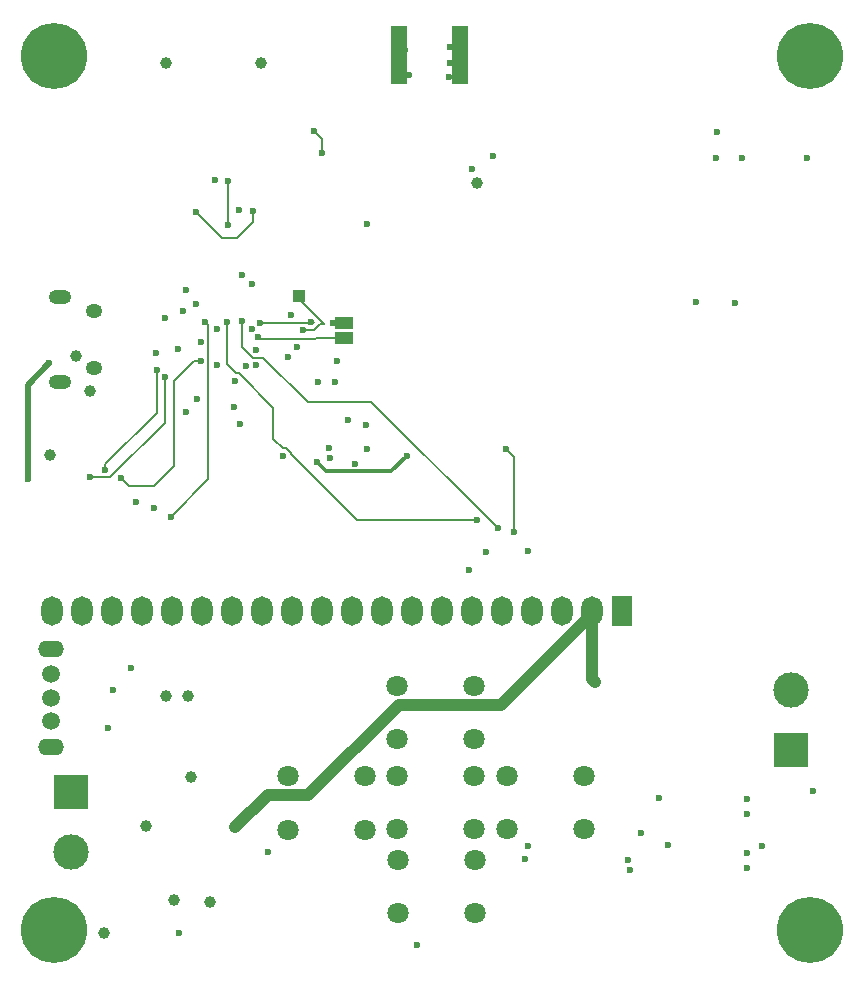
<source format=gbr>
%TF.GenerationSoftware,KiCad,Pcbnew,8.0.0*%
%TF.CreationDate,2024-03-26T22:18:36-07:00*%
%TF.ProjectId,recivier,72656369-7669-4657-922e-6b696361645f,rev?*%
%TF.SameCoordinates,Original*%
%TF.FileFunction,Copper,L4,Bot*%
%TF.FilePolarity,Positive*%
%FSLAX46Y46*%
G04 Gerber Fmt 4.6, Leading zero omitted, Abs format (unit mm)*
G04 Created by KiCad (PCBNEW 8.0.0) date 2024-03-26 22:18:36*
%MOMM*%
%LPD*%
G01*
G04 APERTURE LIST*
%TA.AperFunction,ComponentPad*%
%ADD10C,1.800000*%
%TD*%
%TA.AperFunction,ComponentPad*%
%ADD11C,5.600000*%
%TD*%
%TA.AperFunction,ComponentPad*%
%ADD12R,3.000000X3.000000*%
%TD*%
%TA.AperFunction,ComponentPad*%
%ADD13C,3.000000*%
%TD*%
%TA.AperFunction,ComponentPad*%
%ADD14C,1.000000*%
%TD*%
%TA.AperFunction,ComponentPad*%
%ADD15R,1.800000X2.500000*%
%TD*%
%TA.AperFunction,ComponentPad*%
%ADD16O,1.800000X2.500000*%
%TD*%
%TA.AperFunction,SMDPad,CuDef*%
%ADD17R,1.400000X5.000000*%
%TD*%
%TA.AperFunction,ComponentPad*%
%ADD18O,1.400000X1.200000*%
%TD*%
%TA.AperFunction,ComponentPad*%
%ADD19O,1.900000X1.200000*%
%TD*%
%TA.AperFunction,ComponentPad*%
%ADD20C,1.520000*%
%TD*%
%TA.AperFunction,ComponentPad*%
%ADD21O,2.200000X1.400000*%
%TD*%
%TA.AperFunction,SMDPad,CuDef*%
%ADD22R,1.500000X1.000000*%
%TD*%
%TA.AperFunction,SMDPad,CuDef*%
%ADD23R,1.000000X1.000000*%
%TD*%
%TA.AperFunction,ViaPad*%
%ADD24C,0.600000*%
%TD*%
%TA.AperFunction,ViaPad*%
%ADD25C,1.000000*%
%TD*%
%TA.AperFunction,Conductor*%
%ADD26C,1.000000*%
%TD*%
%TA.AperFunction,Conductor*%
%ADD27C,0.200000*%
%TD*%
%TA.AperFunction,Conductor*%
%ADD28C,0.500000*%
%TD*%
%TA.AperFunction,Conductor*%
%ADD29C,0.300000*%
%TD*%
G04 APERTURE END LIST*
D10*
%TO.P,SW2,1,1*%
%TO.N,unconnected-(SW2-Pad1)*%
X22833000Y16037600D03*
%TO.P,SW2,2,2*%
%TO.N,+3.3VA*%
X29333000Y16037600D03*
%TO.P,SW2,3,3*%
%TO.N,/BUTTON2*%
X22833000Y11537600D03*
%TO.P,SW2,4,4*%
%TO.N,unconnected-(SW2-Pad4)*%
X29333000Y11537600D03*
%TD*%
%TO.P,SW3,1,1*%
%TO.N,+3.3VA*%
X32077400Y16073600D03*
%TO.P,SW3,2,2*%
%TO.N,unconnected-(SW3-Pad2)*%
X38577400Y16073600D03*
%TO.P,SW3,3,3*%
%TO.N,/BUTTON3*%
X32077400Y11573600D03*
%TO.P,SW3,4,4*%
%TO.N,unconnected-(SW3-Pad4)*%
X38577400Y11573600D03*
%TD*%
D11*
%TO.P,H1,1,1*%
%TO.N,GND*%
X3000000Y77000000D03*
%TD*%
D12*
%TO.P,J5,1,Pin_1*%
%TO.N,Net-(D3-K)*%
X4491800Y14738000D03*
D13*
%TO.P,J5,2,Pin_2*%
%TO.N,GND*%
X4491800Y9658000D03*
%TD*%
D11*
%TO.P,H4,1,1*%
%TO.N,GND*%
X67000000Y3000000D03*
%TD*%
D12*
%TO.P,J4,1,Pin_1*%
%TO.N,/AUDIOOUT*%
X65451800Y18243200D03*
D13*
%TO.P,J4,2,Pin_2*%
%TO.N,GND*%
X65451800Y23323200D03*
%TD*%
D14*
%TO.P,Card1,*%
%TO.N,*%
X20538600Y76452400D03*
X12538600Y76452400D03*
%TD*%
D15*
%TO.P,DS1,1,VSS*%
%TO.N,GND*%
X51126200Y30054200D03*
D16*
%TO.P,DS1,2,VDD*%
%TO.N,+5V*%
X48586200Y30054200D03*
%TO.P,DS1,3,VO*%
%TO.N,Net-(DS1-VO)*%
X46046200Y30054200D03*
%TO.P,DS1,4,RS*%
%TO.N,/LCD CS 5V*%
X43506200Y30054200D03*
%TO.P,DS1,5,R/~{W}*%
%TO.N,/MOSI 2 5V*%
X40966200Y30054200D03*
%TO.P,DS1,6,E*%
%TO.N,/SCLK 2 5V*%
X38426200Y30054200D03*
%TO.P,DS1,7,DB0*%
%TO.N,unconnected-(DS1-DB0-Pad7)*%
X35886200Y30054200D03*
%TO.P,DS1,8,DB1*%
%TO.N,unconnected-(DS1-DB1-Pad8)*%
X33346200Y30054200D03*
%TO.P,DS1,9,DB2*%
%TO.N,unconnected-(DS1-DB2-Pad9)*%
X30806200Y30054200D03*
%TO.P,DS1,10,DB3*%
%TO.N,unconnected-(DS1-DB3-Pad10)*%
X28266200Y30054200D03*
%TO.P,DS1,11,DB4*%
%TO.N,unconnected-(DS1-DB4-Pad11)*%
X25726200Y30054200D03*
%TO.P,DS1,12,DB5*%
%TO.N,unconnected-(DS1-DB5-Pad12)*%
X23186200Y30054200D03*
%TO.P,DS1,13,DB6*%
%TO.N,unconnected-(DS1-DB6-Pad13)*%
X20646200Y30054200D03*
%TO.P,DS1,14,DB7*%
%TO.N,unconnected-(DS1-DB7-Pad14)*%
X18106200Y30054200D03*
%TO.P,DS1,15,PSB*%
%TO.N,GND*%
X15566200Y30054200D03*
%TO.P,DS1,16,NC*%
%TO.N,unconnected-(DS1-NC-Pad16)*%
X13026200Y30054200D03*
%TO.P,DS1,17,~{RST}*%
%TO.N,unconnected-(DS1-~{RST}-Pad17)*%
X10486200Y30054200D03*
%TO.P,DS1,18,VOUT*%
%TO.N,GND*%
X7946200Y30054200D03*
%TO.P,DS1,19,BLA*%
%TO.N,+3.3VA*%
X5406200Y30054200D03*
%TO.P,DS1,20,BLK*%
%TO.N,GND*%
X2866200Y30054200D03*
%TD*%
D10*
%TO.P,SW5,1,1*%
%TO.N,+3.3VA*%
X32179000Y8961600D03*
%TO.P,SW5,2,2*%
%TO.N,unconnected-(SW5-Pad2)*%
X38679000Y8961600D03*
%TO.P,SW5,3,3*%
%TO.N,/BUTTON5*%
X32179000Y4461600D03*
%TO.P,SW5,4,4*%
%TO.N,unconnected-(SW5-Pad4)*%
X38679000Y4461600D03*
%TD*%
D11*
%TO.P,H2,1,1*%
%TO.N,GND*%
X67000000Y77000000D03*
%TD*%
%TO.P,H3,1,1*%
%TO.N,GND*%
X3000000Y3000000D03*
%TD*%
D10*
%TO.P,SW1,1,1*%
%TO.N,+3.3VA*%
X32052000Y23719000D03*
%TO.P,SW1,2,2*%
%TO.N,unconnected-(SW1-Pad2)*%
X38552000Y23719000D03*
%TO.P,SW1,3,3*%
%TO.N,/BUTTON1*%
X32052000Y19219000D03*
%TO.P,SW1,4,4*%
%TO.N,unconnected-(SW1-Pad4)*%
X38552000Y19219000D03*
%TD*%
D17*
%TO.P,AE1,2,Shield*%
%TO.N,GND*%
X32269400Y77145800D03*
X37369400Y77145800D03*
%TD*%
D18*
%TO.P,J1,6,Shield*%
%TO.N,unconnected-(J1-Shield-Pad6)*%
X6404400Y50608200D03*
%TO.P,J1,7*%
%TO.N,N/C*%
X6404400Y55448200D03*
D19*
%TO.P,J1,8*%
X3504400Y56628200D03*
%TO.P,J1,9*%
X3504400Y49428200D03*
%TD*%
D10*
%TO.P,SW4,1,1*%
%TO.N,+3.3VA*%
X41372600Y16103200D03*
%TO.P,SW4,2,2*%
%TO.N,unconnected-(SW4-Pad2)*%
X47872600Y16103200D03*
%TO.P,SW4,3,3*%
%TO.N,/BUTTON4*%
X41372600Y11603200D03*
%TO.P,SW4,4,4*%
%TO.N,unconnected-(SW4-Pad4)*%
X47872600Y11603200D03*
%TD*%
D20*
%TO.P,SW6,1,A*%
%TO.N,+BATT*%
X2815400Y24698000D03*
%TO.P,SW6,2,B*%
%TO.N,Net-(Q1-S)*%
X2815400Y22698000D03*
%TO.P,SW6,3,C*%
%TO.N,unconnected-(SW6-C-Pad3)*%
X2815400Y20698000D03*
D21*
%TO.P,SW6,4*%
%TO.N,N/C*%
X2815400Y18548000D03*
%TO.P,SW6,5*%
X2815400Y26848000D03*
%TD*%
D22*
%TO.P,J2,1,Pin_1*%
%TO.N,/SWCLK*%
X27580400Y53127800D03*
%TO.P,J2,2,Pin_2*%
%TO.N,/SWD*%
X27580400Y54427800D03*
%TD*%
D23*
%TO.P,TP1,1,1*%
%TO.N,/RUN*%
X23795800Y56673400D03*
%TD*%
D24*
%TO.N,GND*%
X61692600Y9525800D03*
X51659600Y8932400D03*
D25*
X10816400Y11842400D03*
D24*
X12421800Y54819200D03*
X33066800Y75444000D03*
X42896600Y9073800D03*
X7997000Y23374000D03*
D25*
X16208917Y5432200D03*
D24*
X36445000Y75215400D03*
D25*
X13205718Y5603400D03*
X6117400Y48672400D03*
D24*
X21155200Y9658000D03*
X29460000Y45776800D03*
X28508700Y42509388D03*
X19777388Y53898855D03*
X7565200Y20122800D03*
X36597400Y77755400D03*
X29506701Y43723845D03*
X18690400Y64014000D03*
X61692600Y14132400D03*
X14194600Y46869000D03*
X20144108Y50852200D03*
X9546400Y25202800D03*
X60651200Y56114600D03*
X11682600Y51923600D03*
D25*
X14651800Y15957200D03*
D24*
X40214300Y68596100D03*
X33792800Y1757400D03*
X38426200Y67440400D03*
D25*
X7235000Y2744800D03*
D24*
X39620000Y35069200D03*
X16858820Y50864420D03*
X54284753Y14216207D03*
X19274600Y50780600D03*
D25*
X4880912Y51662631D03*
D24*
X62983600Y10173800D03*
X52734392Y11247312D03*
X16800400Y53879561D03*
X11502200Y38741000D03*
X23587400Y52355400D03*
X43187700Y10166000D03*
X57425400Y56165400D03*
X36597400Y76409200D03*
X27033400Y51223400D03*
X32762000Y77577600D03*
X59152600Y70618000D03*
X26335800Y43846400D03*
X66772600Y68408200D03*
X18937514Y58520714D03*
X14169200Y57206800D03*
X18817400Y45903800D03*
D25*
X2713800Y43236800D03*
D24*
X67306000Y14763400D03*
X29561600Y62845600D03*
%TO.N,+3.3VA*%
X61692600Y8282400D03*
D25*
X14397800Y22866000D03*
D24*
X22444902Y43154214D03*
X13635800Y2749200D03*
X27961400Y46234000D03*
X26818400Y49423400D03*
X61311600Y68357400D03*
X15058200Y56075800D03*
X51822595Y8098172D03*
X43125200Y35108800D03*
X15159800Y47961200D03*
X54987000Y10191400D03*
X9952800Y39274400D03*
X59053000Y68433600D03*
X22824961Y51547741D03*
D25*
X12492800Y22866000D03*
D24*
X61718000Y12832400D03*
X13991400Y55454200D03*
X26361200Y43008200D03*
X38197600Y33534000D03*
X13508800Y52266200D03*
X19762587Y57713488D03*
X16658400Y66503200D03*
X23084600Y55088200D03*
X25421400Y49423400D03*
D25*
X38807200Y66253000D03*
D24*
X18233201Y47351601D03*
%TO.N,+1V1*%
X15476130Y52848855D03*
X20140945Y52102200D03*
D25*
%TO.N,+5V*%
X48865600Y24009000D03*
X18385600Y11715400D03*
D24*
%TO.N,/MOSI*%
X25065800Y70719600D03*
X17649000Y54489000D03*
X38807200Y37750400D03*
X25751600Y68840000D03*
%TO.N,/MISO*%
X15083600Y63810800D03*
X19884200Y63937800D03*
%TO.N,VBUS*%
X2612200Y51009200D03*
X800000Y41204800D03*
%TO.N,/SWD*%
X24818504Y54502857D03*
X20468400Y54438200D03*
X26666000Y54438200D03*
%TO.N,/SWCLK*%
X20265200Y53219000D03*
%TO.N,/RUN*%
X24151400Y53828600D03*
%TO.N,/SDA*%
X25294400Y42652600D03*
X32889000Y43160600D03*
%TO.N,/QSPI_SD3*%
X15490000Y51237800D03*
X8682800Y41331800D03*
%TO.N,/QSPI_SCLK*%
X11730800Y50450400D03*
X7387400Y42007200D03*
%TO.N,/QSPI_SDO*%
X12391200Y49891600D03*
X6117400Y41357200D03*
%TO.N,/LCD CS*%
X41321800Y43770200D03*
X42007600Y36734400D03*
%TO.N,/BATT SENSE*%
X12899200Y38029800D03*
X15794800Y54514400D03*
%TO.N,/SCLK*%
X17725200Y66452400D03*
X17750600Y62744000D03*
X40639892Y37029317D03*
X18944775Y54566200D03*
%TO.N,unconnected-(U3-GPIO7-Pad9)*%
X18396232Y49544807D03*
%TD*%
D26*
%TO.N,+5V*%
X21107800Y14437600D02*
X24547200Y14437600D01*
X32228600Y22119000D02*
X40905000Y22119000D01*
X18385600Y11715400D02*
X21107800Y14437600D01*
X24547200Y14437600D02*
X32228600Y22119000D01*
X48586200Y24288400D02*
X48865600Y24009000D01*
X48586200Y30054200D02*
X48586200Y24288400D01*
X40905000Y22119000D02*
X48586200Y29800200D01*
X48586200Y29800200D02*
X48586200Y30054200D01*
D27*
%TO.N,/MOSI*%
X22397920Y43821880D02*
X21611400Y44608400D01*
X23094902Y43423453D02*
X22714141Y43804214D01*
X25751600Y68840000D02*
X25751600Y70033800D01*
X22714141Y43804214D02*
X22611305Y43804214D01*
X21611400Y44608400D02*
X21611400Y47248878D01*
X28665119Y37750400D02*
X23094902Y43320617D01*
X22593639Y43821880D02*
X22397920Y43821880D01*
X38807200Y37750400D02*
X28665119Y37750400D01*
X18412593Y50194807D02*
X17649000Y50958400D01*
X18665471Y50194807D02*
X18412593Y50194807D01*
X22611305Y43804214D02*
X22593639Y43821880D01*
X21611400Y47248878D02*
X18665471Y50194807D01*
X17649000Y50958400D02*
X17649000Y54489000D01*
X25751600Y70033800D02*
X25065800Y70719600D01*
X23094902Y43320617D02*
X23094902Y43423453D01*
%TO.N,/MISO*%
X17293400Y61601000D02*
X15083600Y63810800D01*
X19884200Y63937800D02*
X19884200Y62972600D01*
X18512600Y61601000D02*
X17293400Y61601000D01*
X19884200Y62972600D02*
X18512600Y61601000D01*
D28*
%TO.N,VBUS*%
X800000Y41204800D02*
X800000Y49197000D01*
X800000Y49197000D02*
X2612200Y51009200D01*
D27*
%TO.N,/SWD*%
X25086600Y54417400D02*
X25001143Y54502857D01*
X20468400Y54438200D02*
X24753847Y54438200D01*
X25001143Y54502857D02*
X24818504Y54502857D01*
X24753847Y54438200D02*
X24818504Y54502857D01*
%TO.N,/SWCLK*%
X25142000Y53092000D02*
X25177800Y53127800D01*
X20265200Y53219000D02*
X20392200Y53092000D01*
X20392200Y53092000D02*
X25142000Y53092000D01*
X25177800Y53127800D02*
X27580400Y53127800D01*
%TO.N,/RUN*%
X25063486Y53828600D02*
X25546086Y54311200D01*
X25929400Y54311200D02*
X23795800Y56444800D01*
X23795800Y56444800D02*
X23795800Y56673400D01*
X24151400Y53828600D02*
X25063486Y53828600D01*
X25546086Y54311200D02*
X25929400Y54311200D01*
D29*
%TO.N,/SDA*%
X31587788Y41859388D02*
X32889000Y43160600D01*
X25294400Y42652600D02*
X26087612Y41859388D01*
X26087612Y41859388D02*
X31587788Y41859388D01*
D27*
%TO.N,/QSPI_SD3*%
X11502200Y40646000D02*
X10638600Y40646000D01*
X14880400Y51212400D02*
X13356400Y49688400D01*
X15464600Y51212400D02*
X14880400Y51212400D01*
X13204000Y49536000D02*
X13204000Y42347800D01*
X10638600Y40646000D02*
X9368600Y40646000D01*
X13356400Y49688400D02*
X13204000Y49536000D01*
X9368600Y40646000D02*
X8682800Y41331800D01*
X15490000Y51237800D02*
X15464600Y51212400D01*
X13204000Y42347800D02*
X11502200Y40646000D01*
%TO.N,/QSPI_SCLK*%
X11730800Y46843600D02*
X7387400Y42500200D01*
X11730800Y50450400D02*
X11730800Y46843600D01*
X7387400Y42500200D02*
X7387400Y42007200D01*
%TO.N,/QSPI_SDO*%
X6117400Y41357200D02*
X7788961Y41357200D01*
X7788961Y41357200D02*
X12391200Y45959439D01*
X12391200Y45959439D02*
X12391200Y49891600D01*
%TO.N,/LCD CS*%
X41321800Y43770200D02*
X42007600Y43084400D01*
X42007600Y43084400D02*
X42007600Y36734400D01*
%TO.N,/BATT SENSE*%
X16090000Y41220600D02*
X16090000Y54219200D01*
X12899200Y38029800D02*
X16090000Y41220600D01*
X16090000Y54219200D02*
X15794800Y54514400D01*
%TO.N,/SCLK*%
X17750600Y66427000D02*
X17725200Y66452400D01*
X19868961Y51502200D02*
X20762800Y51502200D01*
X17750600Y62744000D02*
X17750600Y66427000D01*
X24507000Y47758000D02*
X29911209Y47758000D01*
X18944775Y54566200D02*
X18944775Y52426386D01*
X29911209Y47758000D02*
X40639892Y37029317D01*
X18944775Y52426386D02*
X19868961Y51502200D01*
X20762800Y51502200D02*
X24507000Y47758000D01*
%TD*%
M02*

</source>
